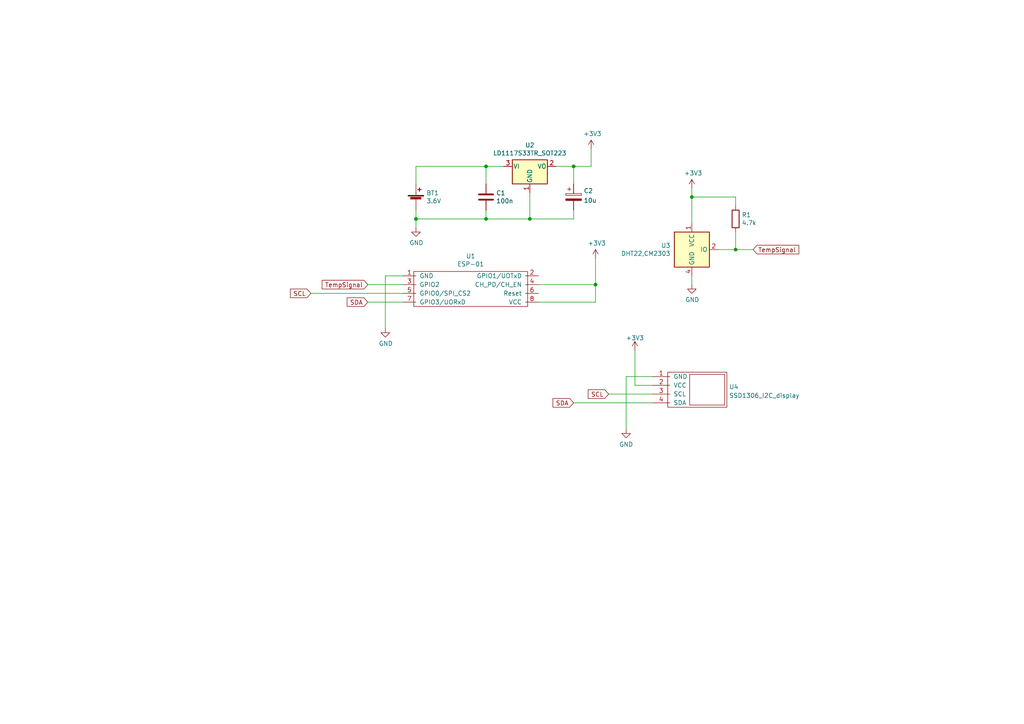
<source format=kicad_sch>
(kicad_sch (version 20231120) (generator "eeschema") (generator_version "8.0")
  (paper "A4")
  (lib_symbols
    (symbol "Device:Battery_Cell" (pin_numbers hide) (pin_names (offset 0) hide)
      (property "Reference" "BT" (at 2.54 2.54 0))
      (property "Value" "Battery_Cell" (at 2.54 0 0))
      (symbol "Battery_Cell_0_1"
        (rectangle (start -2.286 1.778) (end 2.286 1.524) (fill (type outline)))
        (rectangle (start -1.5748 1.1938) (end 1.4732 0.6858) (fill (type outline)))
        (polyline (pts (xy 0 0.762) (xy 0 0)))
        (polyline (pts (xy 0 1.778) (xy 0 2.54)))
        (polyline (pts (xy 0.508 3.429) (xy 1.524 3.429)) (stroke (width 0.254)))
        (polyline (pts (xy 1.016 3.937) (xy 1.016 2.921)) (stroke (width 0.254)))
      )
      (symbol "Battery_Cell_1_1"
        (pin passive line (at 0 5.08 270) (length 2.54) (name "+") (number "1"))
        (pin passive line (at 0 -2.54 90) (length 2.54) (name "-") (number "2"))
      )
    )
    (symbol "Device:C" (pin_numbers hide) (pin_names (offset 0.254))
      (property "Reference" "C" (at 0.635 2.54 0))
      (property "Value" "C" (at 0.635 -2.54 0))
      (symbol "C_0_1"
        (polyline (pts (xy -2.032 -0.762) (xy 2.032 -0.762)) (stroke (width 0.508)))
        (polyline (pts (xy -2.032 0.762) (xy 2.032 0.762)) (stroke (width 0.508)))
      )
      (symbol "C_1_1"
        (pin passive line (at 0 3.81 270) (length 2.794) (name "~") (number "1"))
        (pin passive line (at 0 -3.81 90) (length 2.794) (name "~") (number "2"))
      )
    )
    (symbol "Device:C_Polarized" (pin_numbers hide) (pin_names (offset 0.254))
      (property "Reference" "C" (at 0.635 2.54 0))
      (property "Value" "C_Polarized" (at 0.635 -2.54 0))
      (symbol "C_Polarized_0_1"
        (rectangle (start -2.286 0.508) (end 2.286 1.016))
        (polyline (pts (xy -1.778 2.286) (xy -0.762 2.286)))
        (polyline (pts (xy -1.27 2.794) (xy -1.27 1.778)))
        (rectangle (start 2.286 -0.508) (end -2.286 -1.016) (fill (type outline)))
      )
      (symbol "C_Polarized_1_1"
        (pin passive line (at 0 3.81 270) (length 2.794) (name "~") (number "1"))
        (pin passive line (at 0 -3.81 90) (length 2.794) (name "~") (number "2"))
      )
    )
    (symbol "Device:R" (pin_numbers hide) (pin_names (offset 0))
      (property "Reference" "R" (at 2.032 0 90))
      (property "Value" "R" (at 0 0 90))
      (symbol "R_0_1"
        (rectangle (start -1.016 -2.54) (end 1.016 2.54) (stroke (width 0.254)))
      )
      (symbol "R_1_1"
        (pin passive line (at 0 3.81 270) (length 1.27) (name "~") (number "1"))
        (pin passive line (at 0 -3.81 90) (length 1.27) (name "~") (number "2"))
      )
    )
    (symbol "MyParts:SSD1306_I2C_display" (pin_names (offset 1.016))
      (property "Reference" "U" (at 5.715 2.54 0))
      (property "Value" "SSD1306_I2C_display" (at 12.7 -10.795 0))
      (symbol "SSD1306_I2C_display_0_1"
        (rectangle (start 4.445 1.27) (end 21.59 -8.89))
        (rectangle (start 10.795 0.635) (end 20.955 -8.255))
      )
      (symbol "SSD1306_I2C_display_1_1"
        (pin power_in line (at 0 0 0) (length 5.08) (name "GND") (number "1"))
        (pin power_in line (at 0 -2.54 0) (length 5.08) (name "VCC") (number "2"))
        (pin input line (at 0 -5.08 0) (length 5.08) (name "SCL") (number "3"))
        (pin input line (at 0 -7.62 0) (length 5.08) (name "SDA") (number "4"))
      )
    )
    (symbol "My_Arduino:ESP-01" (pin_names (offset 1.016))
      (property "Reference" "U" (at 5.08 2.54 0))
      (property "Value" "ESP-01" (at 9.525 -10.16 0))
      (symbol "ESP-01_0_1"
        (polyline (pts (xy 3.175 1.27) (xy 3.175 -8.89) (xy 36.195 -8.89) (xy 36.195 1.27) (xy 3.175 1.27)))
      )
      (symbol "ESP-01_1_1"
        (pin output line (at 0 0 0) (length 3.81) (name "GND") (number "1"))
        (pin power_in line (at 39.37 0 180) (length 3.81) (name "GPIO1/UOTxD") (number "2"))
        (pin input line (at 0 -2.54 0) (length 3.81) (name "GPIO2") (number "3"))
        (pin tri_state line (at 39.37 -2.54 180) (length 3.81) (name "CH_PD/CH_EN") (number "4"))
        (pin input line (at 0 -5.08 0) (length 3.81) (name "GPIO0/SPI_CS2") (number "5"))
        (pin tri_state line (at 39.37 -5.08 180) (length 3.81) (name "Reset") (number "6"))
        (pin power_in line (at 0 -7.62 0) (length 3.81) (name "GPIO3/UORxD") (number "7"))
        (pin input line (at 39.37 -7.62 180) (length 3.81) (name "VCC") (number "8"))
      )
    )
    (symbol "My_Parts:DHT22,CM2303"
      (property "Reference" "U" (at -3.81 6.35 0))
      (property "Value" "DHT22,CM2303" (at 7.62 6.35 0))
      (symbol "DHT22,CM2303_0_1"
        (rectangle (start -5.08 5.08) (end 5.08 -5.08) (stroke (width 0.254)) (fill (type background)))
      )
      (symbol "DHT22,CM2303_1_1"
        (pin power_in line (at 0 7.62 270) (length 2.54) (name "VCC") (number "1"))
        (pin bidirectional line (at 7.62 0 180) (length 2.54) (name "IO") (number "2"))
        (pin no_connect line (at -5.08 0 0) (length 2.54) hide (name "NC") (number "3"))
        (pin power_in line (at 0 -7.62 90) (length 2.54) (name "GND") (number "4"))
      )
    )
    (symbol "Regulator_Linear:LD1117S33TR_SOT223" (pin_names (offset 0.254))
      (property "Reference" "U" (at -3.81 3.175 0))
      (property "Value" "LD1117S33TR_SOT223" (at 0 3.175 0))
      (symbol "LD1117S33TR_SOT223_0_1"
        (rectangle (start -5.08 -5.08) (end 5.08 1.905) (stroke (width 0.254)) (fill (type background)))
      )
      (symbol "LD1117S33TR_SOT223_1_1"
        (pin power_in line (at 0 -7.62 90) (length 2.54) (name "GND") (number "1"))
        (pin power_out line (at 7.62 0 180) (length 2.54) (name "VO") (number "2"))
        (pin power_in line (at -7.62 0 0) (length 2.54) (name "VI") (number "3"))
      )
    )
    (symbol "power:+3.3V" (power) (pin_names (offset 0))
      (property "Value" "+3.3V" (at 0 3.556 0))
      (symbol "+3.3V_0_1"
        (polyline (pts (xy -0.762 1.27) (xy 0 2.54)))
        (polyline (pts (xy 0 0) (xy 0 2.54)))
        (polyline (pts (xy 0 2.54) (xy 0.762 1.27)))
      )
      (symbol "+3.3V_1_1"
        (pin power_in line (at 0 0 90) (length 0) hide (name "+3V3") (number "1"))
      )
    )
    (symbol "power:GND" (power) (pin_names (offset 0))
      (property "Value" "GND" (at 0 -3.81 0))
      (symbol "GND_0_1"
        (polyline (pts (xy 0 0) (xy 0 -1.27) (xy 1.27 -1.27) (xy 0 -2.54) (xy -1.27 -1.27) (xy 0 -1.27)))
      )
      (symbol "GND_1_1"
        (pin power_in line (at 0 0 270) (length 0) hide (name "GND") (number "1"))
      )
    )
  )
  (junction (at 120.65 63.5))
  (junction (at 140.97 63.5))
  (junction (at 172.72 82.55))
  (junction (at 140.97 48.26))
  (junction (at 213.36 72.39))
  (junction (at 153.67 63.5))
  (junction (at 166.37 48.26))
  (junction (at 200.66 57.15))
  (wire (pts (xy 171.45 48.26) (xy 171.45 43.18)))
  (wire (pts (xy 156.21 87.63) (xy 172.72 87.63)))
  (wire (pts (xy 120.65 48.26) (xy 140.97 48.26)))
  (wire (pts (xy 156.21 82.55) (xy 172.72 82.55)))
  (wire (pts (xy 111.76 80.01) (xy 111.76 95.25)))
  (wire (pts (xy 90.17 85.09) (xy 116.84 85.09)))
  (wire (pts (xy 172.72 74.93) (xy 172.72 82.55)))
  (wire (pts (xy 200.66 82.55) (xy 200.66 80.01)))
  (wire (pts (xy 153.67 55.88) (xy 153.67 63.5)))
  (wire (pts (xy 166.37 48.26) (xy 166.37 53.34)))
  (wire (pts (xy 176.53 114.3) (xy 189.23 114.3)))
  (wire (pts (xy 181.61 109.22) (xy 181.61 124.46)))
  (wire (pts (xy 153.67 63.5) (xy 166.37 63.5)))
  (wire (pts (xy 116.84 80.01) (xy 111.76 80.01)))
  (wire (pts (xy 161.29 48.26) (xy 166.37 48.26)))
  (wire (pts (xy 166.37 63.5) (xy 166.37 60.96)))
  (wire (pts (xy 120.65 63.5) (xy 120.65 66.04)))
  (wire (pts (xy 184.15 111.76) (xy 184.15 101.6)))
  (wire (pts (xy 120.65 53.34) (xy 120.65 48.26)))
  (wire (pts (xy 140.97 63.5) (xy 153.67 63.5)))
  (wire (pts (xy 166.37 116.84) (xy 189.23 116.84)))
  (wire (pts (xy 189.23 109.22) (xy 181.61 109.22)))
  (wire (pts (xy 172.72 82.55) (xy 172.72 87.63)))
  (wire (pts (xy 200.66 57.15) (xy 200.66 54.61)))
  (wire (pts (xy 140.97 60.96) (xy 140.97 63.5)))
  (wire (pts (xy 213.36 59.69) (xy 213.36 57.15)))
  (wire (pts (xy 166.37 48.26) (xy 171.45 48.26)))
  (wire (pts (xy 140.97 48.26) (xy 146.05 48.26)))
  (wire (pts (xy 218.44 72.39) (xy 213.36 72.39)))
  (wire (pts (xy 208.28 72.39) (xy 213.36 72.39)))
  (wire (pts (xy 213.36 72.39) (xy 213.36 67.31)))
  (wire (pts (xy 120.65 60.96) (xy 120.65 63.5)))
  (wire (pts (xy 106.68 82.55) (xy 116.84 82.55)))
  (wire (pts (xy 106.68 87.63) (xy 116.84 87.63)))
  (wire (pts (xy 140.97 53.34) (xy 140.97 48.26)))
  (wire (pts (xy 200.66 64.77) (xy 200.66 57.15)))
  (wire (pts (xy 213.36 57.15) (xy 200.66 57.15)))
  (wire (pts (xy 120.65 63.5) (xy 140.97 63.5)))
  (wire (pts (xy 189.23 111.76) (xy 184.15 111.76)))
  (global_label "SDA" (shape input) (at 166.37 116.84 180) (property "Intersheetrefs" "${INTERSHEET_REFS}" (effects (hide yes))))
  (global_label "TempSignal" (shape input) (at 218.44 72.39 0) (property "Intersheetrefs" "${INTERSHEET_REFS}" (effects (hide yes))))
  (global_label "TempSignal" (shape input) (at 106.68 82.55 180) (property "Intersheetrefs" "${INTERSHEET_REFS}" (effects (hide yes))))
  (global_label "SCL" (shape input) (at 90.17 85.09 180) (property "Intersheetrefs" "${INTERSHEET_REFS}" (effects (hide yes))))
  (global_label "SCL" (shape input) (at 176.53 114.3 180) (property "Intersheetrefs" "${INTERSHEET_REFS}" (effects (hide yes))))
  (global_label "SDA" (shape input) (at 106.68 87.63 180) (property "Intersheetrefs" "${INTERSHEET_REFS}" (effects (hide yes))))
  (symbol (lib_id "My_Arduino:ESP-01") (at 116.84 80.01 0) (unit 1)
    (property "Reference" "U1" (at 136.525 74.295 0))
    (property "Value" "ESP-01" (at 136.525 76.6064 0))
    (property "Footprint" "My_Arduino:ESP-01_w_pin_socket_large" (effects (hide yes)))
    (property "Datasheet" "http://l0l.org.uk/2014/12/esp8266-modules-hardware-guide-gotta-catch-em-all/" (effects (hide yes)))
  )
  (symbol (lib_id "Device:Battery_Cell") (at 120.65 58.42 0) (unit 1)
    (property "Reference" "BT1" (at 123.6472 55.9816 0) (effects (justify left)))
    (property "Value" "3.6V" (at 123.6472 58.293 0) (effects (justify left)))
    (property "Footprint" "My_Headers:2-pin_power_input_header_larger_pads" (effects (hide yes)))
  )
  (symbol (lib_id "Regulator_Linear:LD1117S33TR_SOT223") (at 153.67 48.26 0) (unit 1)
    (property "Reference" "U2" (at 153.67 42.1132 0))
    (property "Value" "LD1117S33TR_SOT223" (at 153.67 44.4246 0))
    (property "Footprint" "My_Misc:TO-220-3_Horizontal_TabDown_large" (effects (hide yes)))
    (property "Datasheet" "http://www.st.com/st-web-ui/static/active/en/resource/technical/document/datasheet/CD00000544.pdf" (effects (hide yes)))
  )
  (symbol (lib_id "Device:C") (at 140.97 57.15 0) (unit 1)
    (property "Reference" "C1" (at 143.891 55.9816 0) (effects (justify left)))
    (property "Value" "100n" (at 143.891 58.293 0) (effects (justify left)))
    (property "Footprint" "My_Misc:C_Disc_D3.0mm_W1.6mm_P2.50mm_larg" (effects (hide yes)))
  )
  (symbol (lib_id "power:GND") (at 120.65 66.04 0) (unit 1)
    (property "Reference" "#PWR0101" (effects (hide yes)))
    (property "Value" "GND" (at 120.777 70.4342 0))
  )
  (symbol (lib_id "power:+3.3V") (at 171.45 43.18 0) (unit 1)
    (property "Reference" "#PWR0102" (effects (hide yes)))
    (property "Value" "+3V3" (at 171.831 38.7858 0))
  )
  (symbol (lib_id "power:+3.3V") (at 200.66 54.61 0) (unit 1)
    (property "Reference" "#PWR0103" (effects (hide yes)))
    (property "Value" "+3V3" (at 201.041 50.2158 0))
  )
  (symbol (lib_id "power:GND") (at 200.66 82.55 0) (unit 1)
    (property "Reference" "#PWR0104" (effects (hide yes)))
    (property "Value" "GND" (at 200.787 86.9442 0))
  )
  (symbol (lib_id "Device:R") (at 213.36 63.5 0) (unit 1)
    (property "Reference" "R1" (at 215.138 62.3316 0) (effects (justify left)))
    (property "Value" "4.7k" (at 215.138 64.643 0) (effects (justify left)))
    (property "Footprint" "My_Misc:R_Axial_DIN0207_L6.3mm_D2.5mm_P10.16mm_Horizontal_larger_pads" (effects (hide yes)))
  )
  (symbol (lib_id "power:GND") (at 111.76 95.25 0) (unit 1)
    (property "Reference" "#PWR0105" (effects (hide yes)))
    (property "Value" "GND" (at 111.887 99.6442 0))
  )
  (symbol (lib_id "power:+3.3V") (at 172.72 74.93 0) (unit 1)
    (property "Reference" "#PWR0106" (effects (hide yes)))
    (property "Value" "+3V3" (at 173.101 70.5358 0))
  )
  (symbol (lib_id "My_Parts:DHT22,CM2303") (at 200.66 72.39 0) (unit 1)
    (property "Reference" "U3" (at 194.4878 71.2216 0) (effects (justify right)))
    (property "Value" "DHT22,CM2303" (at 194.4878 73.533 0) (effects (justify right)))
    (property "Footprint" "My_Parts:DHT22,RHT03,CM2303_100mil_large" (effects (hide yes)))
    (property "Datasheet" "http://akizukidenshi.com/download/ds/aosong/DHT11.pdf" (effects (hide yes)))
  )
  (symbol (lib_id "power:GND") (at 181.61 124.46 0) (unit 1)
    (property "Reference" "#PWR0108" (effects (hide yes)))
    (property "Value" "GND" (at 181.61 128.9034 0))
  )
  (symbol (lib_id "MyParts:SSD1306_I2C_display") (at 189.23 109.22 0) (unit 1)
    (property "Reference" "U4" (at 211.455 112.1953 0) (effects (justify left)))
    (property "Value" "SSD1306_I2C_display" (at 211.455 114.7322 0) (effects (justify left)))
    (property "Footprint" "My_Parts:SSD1306_I2C_0.96_OLED_display_large" (effects (hide yes)))
  )
  (symbol (lib_id "Device:C_Polarized") (at 166.37 57.15 0) (unit 1)
    (property "Reference" "C2" (at 169.291 55.3525 0) (effects (justify left)))
    (property "Value" "10u" (at 169.291 58.1276 0) (effects (justify left)))
    (property "Footprint" "My_Misc:CP_Radial_D5.0mm_P2.50mm_larger_pads" (effects (hide yes)))
  )
  (symbol (lib_id "power:+3.3V") (at 184.15 101.6 0) (unit 1)
    (property "Reference" "#PWR0107" (effects (hide yes)))
    (property "Value" "+3V3" (at 184.15 98.0242 0))
  )
)
</source>
